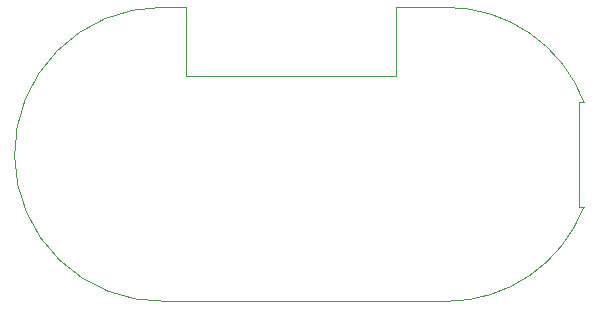
<source format=gm1>
G04 #@! TF.GenerationSoftware,KiCad,Pcbnew,(6.0.0)*
G04 #@! TF.CreationDate,2022-04-11T01:36:55-05:00*
G04 #@! TF.ProjectId,temp sensor,74656d70-2073-4656-9e73-6f722e6b6963,0.3*
G04 #@! TF.SameCoordinates,Original*
G04 #@! TF.FileFunction,Profile,NP*
%FSLAX45Y45*%
G04 Gerber Fmt 4.5, Leading zero omitted, Abs format (unit mm)*
G04 Created by KiCad (PCBNEW (6.0.0)) date 2022-04-11 01:36:55*
%MOMM*%
%LPD*%
G01*
G04 APERTURE LIST*
G04 #@! TA.AperFunction,Profile*
%ADD10C,0.050000*%
G04 #@! TD*
G04 APERTURE END LIST*
D10*
X15354100Y-10509600D02*
G75*
G03*
X16516811Y-9708996I0J1244600D01*
G01*
X12941100Y-8020400D02*
G75*
G03*
X12971508Y-10509229I0J-1244600D01*
G01*
X13144300Y-8020400D02*
X12941100Y-8020400D01*
X14922300Y-8020400D02*
X14922300Y-8604600D01*
X16516436Y-8820024D02*
X16471636Y-8820024D01*
X16516436Y-8820024D02*
G75*
G03*
X15354100Y-8020400I-1162337J-444976D01*
G01*
X16471700Y-9709000D02*
X16471636Y-8820024D01*
X15354100Y-10509600D02*
X12971508Y-10509229D01*
X13144300Y-8604600D02*
X13144300Y-8020400D01*
X16471700Y-9709000D02*
X16516811Y-9708996D01*
X15354100Y-8020400D02*
X14922300Y-8020400D01*
X14922300Y-8604600D02*
X13144300Y-8604600D01*
M02*

</source>
